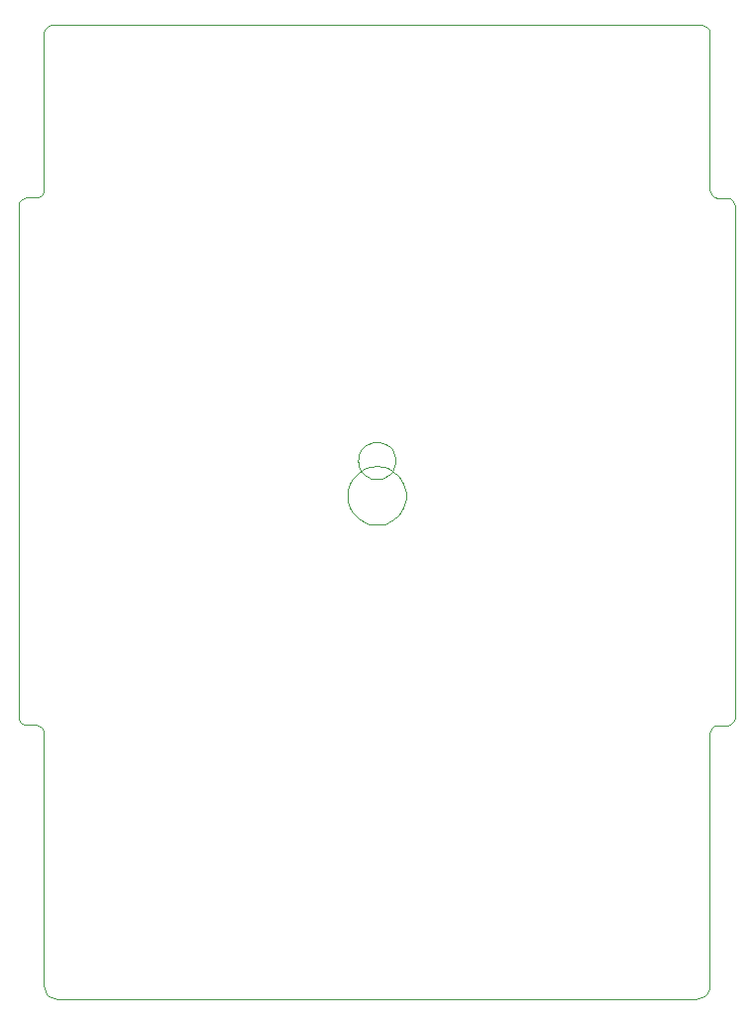
<source format=gm1>
G04*
G04 #@! TF.GenerationSoftware,Altium Limited,Altium Designer,21.2.2 (38)*
G04*
G04 Layer_Color=16711935*
%FSLAX25Y25*%
%MOIN*%
G70*
G04*
G04 #@! TF.SameCoordinates,E3BFBCD1-F928-4CE0-802D-1F7584DAC0BA*
G04*
G04*
G04 #@! TF.FilePolarity,Positive*
G04*
G01*
G75*
%ADD10C,0.00394*%
D10*
X232617Y272200D02*
X232830Y271131D01*
X233435Y270226D01*
X234341Y269620D01*
X235409Y269408D01*
X241121Y266784D02*
X240921Y267788D01*
X240353Y268639D01*
X239502Y269208D01*
X238498Y269408D01*
Y92076D02*
X239502Y92276D01*
X240353Y92845D01*
X240921Y93696D01*
X241121Y94700D01*
X235409Y92076D02*
X234341Y91864D01*
X233435Y91259D01*
X232830Y90353D01*
X232617Y89284D01*
X8600Y89384D02*
X8388Y90453D01*
X7782Y91359D01*
X6876Y91964D01*
X5808Y92176D01*
X96Y94800D02*
X296Y93796D01*
X864Y92945D01*
X1716Y92376D01*
X2720Y92176D01*
Y269508D02*
X1716Y269308D01*
X864Y268739D01*
X296Y267888D01*
X96Y266884D01*
X5808Y269508D02*
X6876Y269720D01*
X7782Y270326D01*
X8388Y271232D01*
X8600Y272300D01*
X11200Y327500D02*
X10205Y327302D01*
X9362Y326739D01*
X8798Y325895D01*
X8600Y324900D01*
X232617Y324800D02*
X232412Y325833D01*
X231826Y326709D01*
X230951Y327294D01*
X229917Y327500D01*
X8600Y4620D02*
X8715Y3596D01*
X9055Y2624D01*
X9604Y1752D01*
X10332Y1023D01*
X11204Y475D01*
X12176Y135D01*
X13200Y20D01*
X227920D02*
X228965Y137D01*
X229958Y485D01*
X230849Y1045D01*
X231592Y1788D01*
X232152Y2679D01*
X232500Y3672D01*
X232617Y4717D01*
X126909Y181111D02*
X126831Y182097D01*
X126600Y183058D01*
X126222Y183971D01*
X125706Y184814D01*
X125063Y185566D01*
X124312Y186208D01*
X123469Y186724D01*
X122555Y187103D01*
X121594Y187334D01*
X120609Y187411D01*
X119623Y187334D01*
X118662Y187103D01*
X117748Y186724D01*
X116906Y186208D01*
X116154Y185566D01*
X115512Y184814D01*
X114995Y183971D01*
X114617Y183058D01*
X114386Y182097D01*
X114309Y181111D01*
X114386Y180125D01*
X114617Y179164D01*
X114995Y178251D01*
X115512Y177408D01*
X116154Y176656D01*
X116906Y176014D01*
X117748Y175498D01*
X118662Y175119D01*
X119623Y174889D01*
X120609Y174811D01*
X121594Y174889D01*
X122555Y175119D01*
X123469Y175498D01*
X124312Y176014D01*
X125063Y176656D01*
X125706Y177408D01*
X126222Y178251D01*
X126600Y179164D01*
X126831Y180125D01*
X126909Y181111D01*
X130454Y169300D02*
X130403Y170296D01*
X130252Y171282D01*
X130002Y172247D01*
X129656Y173182D01*
X129217Y174078D01*
X128689Y174924D01*
X128079Y175713D01*
X127392Y176436D01*
X126635Y177085D01*
X125816Y177655D01*
X124944Y178139D01*
X124028Y178532D01*
X123076Y178831D01*
X122099Y179032D01*
X121107Y179132D01*
X120110D01*
X119118Y179032D01*
X118141Y178831D01*
X117189Y178532D01*
X116273Y178139D01*
X115401Y177655D01*
X114583Y177085D01*
X113826Y176436D01*
X113139Y175713D01*
X112528Y174924D01*
X112001Y174078D01*
X111562Y173182D01*
X111215Y172247D01*
X110965Y171282D01*
X110814Y170296D01*
X110764Y169300D01*
X110814Y168304D01*
X110965Y167318D01*
X111215Y166353D01*
X111562Y165418D01*
X112001Y164522D01*
X112528Y163676D01*
X113139Y162887D01*
X113826Y162164D01*
X114583Y161515D01*
X115401Y160945D01*
X116273Y160461D01*
X117190Y160068D01*
X118141Y159769D01*
X119118Y159569D01*
X120110Y159468D01*
X121107Y159468D01*
X122099Y159569D01*
X123076Y159769D01*
X124028Y160068D01*
X124944Y160461D01*
X125816Y160945D01*
X126635Y161515D01*
X127392Y162164D01*
X128079Y162887D01*
X128689Y163676D01*
X129217Y164522D01*
X129656Y165418D01*
X130002Y166353D01*
X130252Y167318D01*
X130403Y168304D01*
X130454Y169300D01*
X232617Y4617D02*
Y89284D01*
X235409Y269408D02*
X238498D01*
X232617Y272200D02*
Y324800D01*
X235409Y92076D02*
X238498D01*
X241121Y266784D02*
X241121Y94700D01*
X96Y94800D02*
X96Y266884D01*
X2720Y92176D02*
X5808D01*
X8600Y272300D02*
Y324900D01*
X2720Y269508D02*
X5808D01*
X11200Y327500D02*
X229917D01*
X8600Y4717D02*
Y89384D01*
X13200Y20D02*
X227920D01*
M02*

</source>
